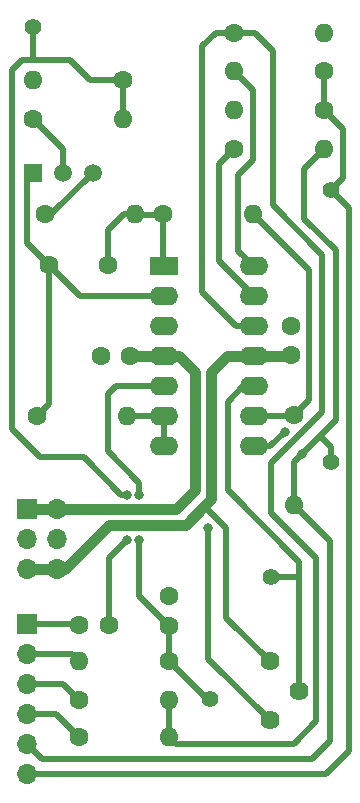
<source format=gtl>
G04 #@! TF.GenerationSoftware,KiCad,Pcbnew,7.0.2-0*
G04 #@! TF.CreationDate,2023-05-29T19:58:27+02:00*
G04 #@! TF.ProjectId,shmoergh-funk-live-voice,73686d6f-6572-4676-982d-66756e6b2d6c,rev?*
G04 #@! TF.SameCoordinates,Original*
G04 #@! TF.FileFunction,Copper,L1,Top*
G04 #@! TF.FilePolarity,Positive*
%FSLAX46Y46*%
G04 Gerber Fmt 4.6, Leading zero omitted, Abs format (unit mm)*
G04 Created by KiCad (PCBNEW 7.0.2-0) date 2023-05-29 19:58:27*
%MOMM*%
%LPD*%
G01*
G04 APERTURE LIST*
G04 #@! TA.AperFunction,ComponentPad*
%ADD10C,1.600000*%
G04 #@! TD*
G04 #@! TA.AperFunction,ComponentPad*
%ADD11O,1.600000X1.600000*%
G04 #@! TD*
G04 #@! TA.AperFunction,ComponentPad*
%ADD12C,1.400000*%
G04 #@! TD*
G04 #@! TA.AperFunction,ComponentPad*
%ADD13C,1.620000*%
G04 #@! TD*
G04 #@! TA.AperFunction,ComponentPad*
%ADD14R,1.500000X1.500000*%
G04 #@! TD*
G04 #@! TA.AperFunction,ComponentPad*
%ADD15C,1.500000*%
G04 #@! TD*
G04 #@! TA.AperFunction,ComponentPad*
%ADD16R,1.700000X1.700000*%
G04 #@! TD*
G04 #@! TA.AperFunction,ComponentPad*
%ADD17O,1.700000X1.700000*%
G04 #@! TD*
G04 #@! TA.AperFunction,ComponentPad*
%ADD18R,2.400000X1.600000*%
G04 #@! TD*
G04 #@! TA.AperFunction,ComponentPad*
%ADD19O,2.400000X1.600000*%
G04 #@! TD*
G04 #@! TA.AperFunction,ViaPad*
%ADD20C,0.800000*%
G04 #@! TD*
G04 #@! TA.AperFunction,Conductor*
%ADD21C,0.508000*%
G04 #@! TD*
G04 #@! TA.AperFunction,Conductor*
%ADD22C,0.889000*%
G04 #@! TD*
G04 APERTURE END LIST*
D10*
X128397000Y-67945000D03*
D11*
X136017000Y-67945000D03*
D10*
X138938000Y-105731036D03*
D11*
X131318000Y-105731036D03*
D10*
X133731000Y-72263000D03*
X128731000Y-72263000D03*
D12*
X147574000Y-98679000D03*
D10*
X144442000Y-52578000D03*
D11*
X152062000Y-52578000D03*
D10*
X138430000Y-67945000D03*
D11*
X146050000Y-67945000D03*
D10*
X133838000Y-102683036D03*
X131338000Y-102683036D03*
D12*
X152654000Y-65913000D03*
D10*
X152062000Y-55782328D03*
D11*
X144442000Y-55782328D03*
D10*
X127762000Y-85030036D03*
D11*
X135382000Y-85030036D03*
D10*
X135669000Y-79950036D03*
X133169000Y-79950036D03*
D12*
X142367000Y-108966000D03*
D10*
X149225000Y-77363000D03*
X149225000Y-79863000D03*
X144442000Y-62386328D03*
D11*
X152062000Y-62386328D03*
D13*
X147447000Y-105791000D03*
X149947000Y-108291000D03*
X147447000Y-110791000D03*
D10*
X138938000Y-102790036D03*
X138938000Y-100290036D03*
D12*
X152654000Y-88900000D03*
D10*
X127385817Y-59913364D03*
D11*
X135005817Y-59913364D03*
D12*
X127381000Y-52070000D03*
D10*
X131318000Y-109033036D03*
D11*
X138938000Y-109033036D03*
D14*
X127375817Y-64427364D03*
D15*
X129915817Y-64427364D03*
X132455817Y-64427364D03*
D10*
X135005817Y-56536541D03*
D11*
X127385817Y-56536541D03*
D10*
X152062000Y-59084328D03*
D11*
X144442000Y-59084328D03*
D10*
X149479000Y-84963000D03*
D11*
X149479000Y-92583000D03*
D10*
X131318000Y-112208036D03*
D11*
X138938000Y-112208036D03*
D16*
X126873000Y-102616000D03*
D17*
X126873000Y-105156000D03*
X126873000Y-107696000D03*
X126873000Y-110236000D03*
X126873000Y-112776000D03*
X126873000Y-115316000D03*
D18*
X138483000Y-72330036D03*
D19*
X138483000Y-74870036D03*
X138483000Y-77410036D03*
X138483000Y-79950036D03*
X138483000Y-82490036D03*
X138483000Y-85030036D03*
X138483000Y-87570036D03*
X146103000Y-87570036D03*
X146103000Y-85030036D03*
X146103000Y-82490036D03*
X146103000Y-79950036D03*
X146103000Y-77410036D03*
X146103000Y-74870036D03*
X146103000Y-72330036D03*
D16*
X126873000Y-92904036D03*
D17*
X129413000Y-92904036D03*
X126873000Y-95444036D03*
X129413000Y-95444036D03*
X126873000Y-97984036D03*
X129413000Y-97984036D03*
D20*
X136398000Y-95504000D03*
X136398000Y-91694000D03*
X135382000Y-91694000D03*
X135398497Y-95504000D03*
X140081000Y-92329000D03*
X142240000Y-94488000D03*
X148717000Y-86360000D03*
X150177500Y-88201500D03*
D21*
X136398000Y-100250036D02*
X136398000Y-95504000D01*
X142172964Y-108966000D02*
X138938000Y-105731036D01*
X138938000Y-102790036D02*
X138938000Y-105731036D01*
X136398000Y-90678000D02*
X133731000Y-88011000D01*
X133731000Y-88011000D02*
X133731000Y-83185000D01*
X142367000Y-108966000D02*
X142172964Y-108966000D01*
X138938000Y-102790036D02*
X136398000Y-100250036D01*
X134425964Y-82490036D02*
X138483000Y-82490036D01*
X136398000Y-91694000D02*
X136398000Y-90678000D01*
X133731000Y-83185000D02*
X134425964Y-82490036D01*
X134874000Y-91694000D02*
X131699000Y-88519000D01*
X135382000Y-91694000D02*
X134874000Y-91694000D01*
X133838000Y-97064497D02*
X133838000Y-102683036D01*
X125603000Y-55753000D02*
X126492000Y-54864000D01*
X128016000Y-88519000D02*
X125603000Y-86106000D01*
X130556000Y-54864000D02*
X132228541Y-56536541D01*
X126492000Y-54864000D02*
X127381000Y-54864000D01*
X135005817Y-59913364D02*
X135005817Y-56536541D01*
X132228541Y-56536541D02*
X135005817Y-56536541D01*
X127381000Y-52070000D02*
X127381000Y-54864000D01*
X131699000Y-88519000D02*
X128016000Y-88519000D01*
X125603000Y-86106000D02*
X125603000Y-55753000D01*
X127381000Y-54864000D02*
X130556000Y-54864000D01*
X135398497Y-95504000D02*
X133838000Y-97064497D01*
X131323000Y-102668036D02*
X131338000Y-102683036D01*
X126925036Y-102668036D02*
X131323000Y-102668036D01*
X126873000Y-102616000D02*
X126925036Y-102668036D01*
X146103000Y-82490036D02*
X145220964Y-82490036D01*
X143891000Y-91313000D02*
X149947000Y-97369000D01*
X145220964Y-82490036D02*
X143891000Y-83820000D01*
X149947000Y-98679000D02*
X149947000Y-108291000D01*
X143891000Y-83820000D02*
X143891000Y-91313000D01*
X149947000Y-97369000D02*
X149947000Y-98679000D01*
X147574000Y-98679000D02*
X149947000Y-98679000D01*
X131385036Y-74870036D02*
X138483000Y-74870036D01*
X128778000Y-72310000D02*
X128731000Y-72263000D01*
X128731000Y-72263000D02*
X126873000Y-70405000D01*
X128731000Y-72263000D02*
X128778000Y-72263000D01*
X127762000Y-85030036D02*
X128778000Y-84014036D01*
X126873000Y-64930181D02*
X127375817Y-64427364D01*
X128778000Y-72263000D02*
X131385036Y-74870036D01*
X128778000Y-84014036D02*
X128778000Y-72310000D01*
X126873000Y-70405000D02*
X126873000Y-64930181D01*
X147447000Y-110791000D02*
X142240000Y-105584000D01*
D22*
X141097000Y-91313000D02*
X141097000Y-81280000D01*
D21*
X142240000Y-105584000D02*
X142240000Y-94488000D01*
D22*
X129413000Y-92904036D02*
X139505964Y-92904036D01*
X140081000Y-92329000D02*
X141097000Y-91313000D01*
X138483000Y-79950036D02*
X135669000Y-79950036D01*
X126873000Y-92904036D02*
X129413000Y-92904036D01*
X141097000Y-81280000D02*
X139767036Y-79950036D01*
X139505964Y-92904036D02*
X140081000Y-92329000D01*
X139767036Y-79950036D02*
X138483000Y-79950036D01*
D21*
X141922500Y-92646500D02*
X143764000Y-94488000D01*
X143764000Y-94488000D02*
X143764000Y-102108000D01*
D22*
X143823964Y-79950036D02*
X146103000Y-79950036D01*
X133858000Y-94234000D02*
X130107964Y-97984036D01*
X141922500Y-92646500D02*
X142494000Y-92075000D01*
X126873000Y-97984036D02*
X129413000Y-97984036D01*
X146103000Y-79950036D02*
X148917000Y-79950036D01*
X141922500Y-92646500D02*
X140335000Y-94234000D01*
X140335000Y-94234000D02*
X133858000Y-94234000D01*
X142494000Y-81280000D02*
X143823964Y-79950036D01*
X142494000Y-92075000D02*
X142494000Y-81280000D01*
D21*
X143764000Y-102108000D02*
X147447000Y-105791000D01*
D22*
X130107964Y-97984036D02*
X129413000Y-97984036D01*
D21*
X151003000Y-114046000D02*
X152527000Y-112522000D01*
X126873000Y-112776000D02*
X128143000Y-114046000D01*
X151701500Y-86677500D02*
X153035000Y-85344000D01*
X153035000Y-85344000D02*
X153035000Y-70993000D01*
X146103000Y-87570036D02*
X147506964Y-87570036D01*
X152654000Y-88900000D02*
X152654000Y-87630000D01*
X152527000Y-112522000D02*
X152527000Y-95631000D01*
X149479000Y-88900000D02*
X149479000Y-92583000D01*
X150177500Y-88201500D02*
X151701500Y-86677500D01*
X150177500Y-88201500D02*
X149479000Y-88900000D01*
X152654000Y-87630000D02*
X151701500Y-86677500D01*
X150368000Y-64080328D02*
X152062000Y-62386328D01*
X128143000Y-114046000D02*
X151003000Y-114046000D01*
X150368000Y-68326000D02*
X150368000Y-64080328D01*
X153035000Y-70993000D02*
X150368000Y-68326000D01*
X152527000Y-95631000D02*
X149479000Y-92583000D01*
X147506964Y-87570036D02*
X148717000Y-86360000D01*
X154178000Y-113411000D02*
X154178000Y-67437000D01*
X152654000Y-65913000D02*
X153670000Y-64897000D01*
X126873000Y-115316000D02*
X126925036Y-115368036D01*
X152062000Y-59098000D02*
X152062000Y-59084328D01*
X153670000Y-64897000D02*
X153670000Y-60706000D01*
X154178000Y-67437000D02*
X152654000Y-65913000D01*
X152220964Y-115368036D02*
X154178000Y-113411000D01*
X153670000Y-60706000D02*
X152062000Y-59098000D01*
X152062000Y-59084328D02*
X152062000Y-55782328D01*
X126925036Y-115368036D02*
X152220964Y-115368036D01*
X126873000Y-107696000D02*
X129980964Y-107696000D01*
X129980964Y-107696000D02*
X131318000Y-109033036D01*
X129345964Y-110236000D02*
X131318000Y-112208036D01*
X126873000Y-110236000D02*
X129345964Y-110236000D01*
X130742964Y-105156000D02*
X131318000Y-105731036D01*
X126873000Y-105156000D02*
X130742964Y-105156000D01*
X129915817Y-64427364D02*
X129915817Y-62443364D01*
X129915817Y-62443364D02*
X127385817Y-59913364D01*
X128397000Y-67945000D02*
X128938181Y-67945000D01*
X128938181Y-67945000D02*
X132455817Y-64427364D01*
X135382000Y-85030036D02*
X138483000Y-85030036D01*
X138483000Y-85030036D02*
X138483000Y-87570036D01*
X135077853Y-67945000D02*
X136017000Y-67945000D01*
X136089036Y-68017036D02*
X138357964Y-68017036D01*
X133731000Y-72263000D02*
X133731000Y-69291853D01*
X138430000Y-67945000D02*
X138430000Y-72277036D01*
X138357964Y-68017036D02*
X138430000Y-67945000D01*
X138430000Y-72277036D02*
X138483000Y-72330036D01*
X133731000Y-69291853D02*
X135077853Y-67945000D01*
X136017000Y-67945000D02*
X136089036Y-68017036D01*
X144442000Y-52578000D02*
X142875000Y-52578000D01*
X138938000Y-109033036D02*
X138938000Y-112208036D01*
X151892000Y-71374000D02*
X147701000Y-67183000D01*
X147574000Y-89027000D02*
X151892000Y-84709000D01*
X151384000Y-97028000D02*
X147574000Y-93218000D01*
X144593036Y-77410036D02*
X146103000Y-77410036D01*
X147701000Y-54102000D02*
X146177000Y-52578000D01*
X146177000Y-52578000D02*
X144442000Y-52578000D01*
X147701000Y-67183000D02*
X147701000Y-54102000D01*
X138938000Y-112208036D02*
X139505964Y-112776000D01*
X151892000Y-84709000D02*
X151892000Y-71374000D01*
X147574000Y-93218000D02*
X147574000Y-89027000D01*
X142875000Y-52578000D02*
X141732000Y-53721000D01*
X141732000Y-74549000D02*
X144593036Y-77410036D01*
X151384000Y-110871000D02*
X151384000Y-97028000D01*
X139505964Y-112776000D02*
X149479000Y-112776000D01*
X141732000Y-53721000D02*
X141732000Y-74549000D01*
X149479000Y-112776000D02*
X151384000Y-110871000D01*
X143129000Y-63699328D02*
X143129000Y-71896036D01*
X143129000Y-71896036D02*
X146103000Y-74870036D01*
X144442000Y-62386328D02*
X143129000Y-63699328D01*
X146103000Y-72330036D02*
X144796000Y-71023036D01*
X146050000Y-63373000D02*
X146050000Y-57390328D01*
X144780000Y-64643000D02*
X146050000Y-63373000D01*
X144796000Y-71023036D02*
X144796000Y-64659000D01*
X144796000Y-64659000D02*
X144780000Y-64643000D01*
X146050000Y-57390328D02*
X144442000Y-55782328D01*
X150749000Y-72644000D02*
X150749000Y-83693000D01*
X146050000Y-67945000D02*
X150749000Y-72644000D01*
X150749000Y-83693000D02*
X149479000Y-84963000D01*
X146103000Y-85030036D02*
X149411964Y-85030036D01*
X149411964Y-85030036D02*
X149479000Y-84963000D01*
M02*

</source>
